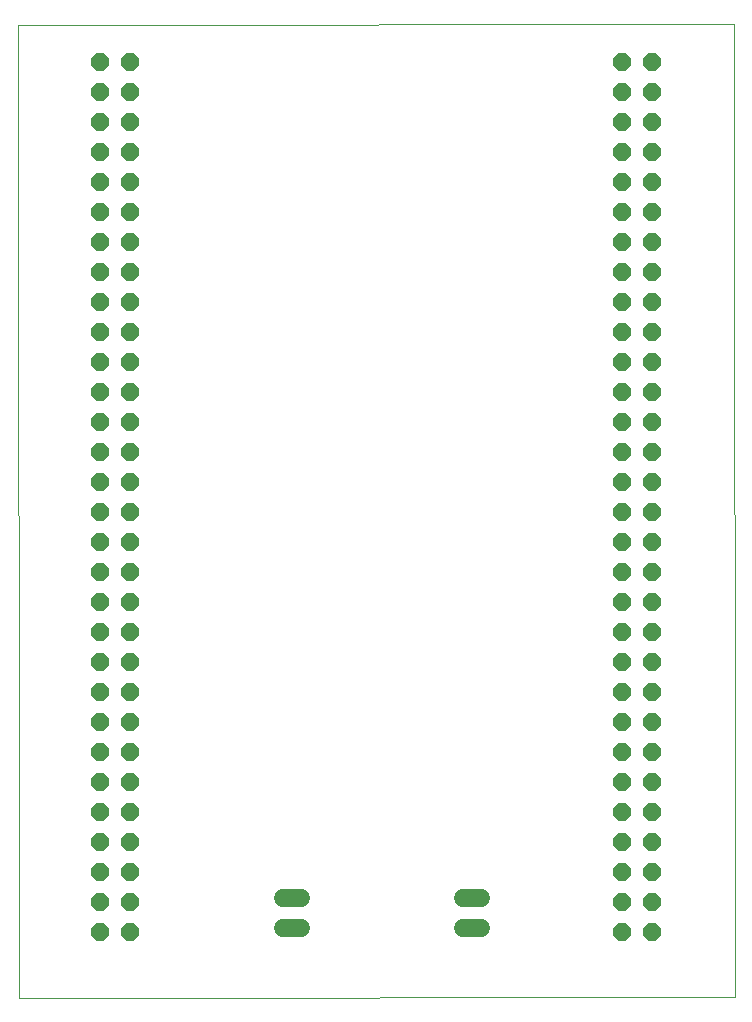
<source format=gbs>
G75*
%MOIN*%
%OFA0B0*%
%FSLAX25Y25*%
%IPPOS*%
%LPD*%
%AMOC8*
5,1,8,0,0,1.08239X$1,22.5*
%
%ADD10C,0.00000*%
%ADD11C,0.06000*%
%ADD12OC8,0.06000*%
D10*
X0002707Y0075410D02*
X0002407Y0399711D01*
X0241028Y0400011D01*
X0241328Y0075710D01*
X0002707Y0075410D01*
D11*
X0090690Y0098532D02*
X0096690Y0098532D01*
X0096690Y0108532D02*
X0090690Y0108532D01*
X0150650Y0108532D02*
X0156650Y0108532D01*
X0156650Y0098532D02*
X0150650Y0098532D01*
D12*
X0203926Y0097312D03*
X0203926Y0107312D03*
X0203926Y0117312D03*
X0203926Y0127312D03*
X0203926Y0137312D03*
X0203926Y0147312D03*
X0203926Y0157312D03*
X0203926Y0167312D03*
X0203926Y0177312D03*
X0203926Y0187312D03*
X0203926Y0197312D03*
X0203926Y0207312D03*
X0203926Y0217312D03*
X0203926Y0227312D03*
X0203926Y0237312D03*
X0203926Y0247312D03*
X0203926Y0257312D03*
X0203926Y0267312D03*
X0203926Y0277312D03*
X0203926Y0287312D03*
X0203926Y0297312D03*
X0203926Y0307312D03*
X0203926Y0317312D03*
X0203926Y0327312D03*
X0203926Y0337312D03*
X0203926Y0347312D03*
X0203926Y0357312D03*
X0203926Y0367312D03*
X0203926Y0377312D03*
X0203926Y0387312D03*
X0213926Y0387312D03*
X0213926Y0377312D03*
X0213926Y0367312D03*
X0213926Y0357312D03*
X0213926Y0347312D03*
X0213926Y0337312D03*
X0213926Y0327312D03*
X0213926Y0317312D03*
X0213926Y0307312D03*
X0213926Y0297312D03*
X0213926Y0287312D03*
X0213926Y0277312D03*
X0213926Y0267312D03*
X0213926Y0257312D03*
X0213926Y0247312D03*
X0213926Y0237312D03*
X0213926Y0227312D03*
X0213926Y0217312D03*
X0213926Y0207312D03*
X0213926Y0197312D03*
X0213926Y0187312D03*
X0213926Y0177312D03*
X0213926Y0167312D03*
X0213926Y0157312D03*
X0213926Y0147312D03*
X0213926Y0137312D03*
X0213926Y0127312D03*
X0213926Y0117312D03*
X0213926Y0107312D03*
X0213926Y0097312D03*
X0039753Y0097312D03*
X0039753Y0107312D03*
X0039753Y0117312D03*
X0039753Y0127312D03*
X0039753Y0137312D03*
X0039753Y0147312D03*
X0039753Y0157312D03*
X0039753Y0167312D03*
X0039753Y0177312D03*
X0039753Y0187312D03*
X0039753Y0197312D03*
X0039753Y0207312D03*
X0039753Y0217312D03*
X0039753Y0227312D03*
X0039753Y0237312D03*
X0039753Y0247312D03*
X0039753Y0257312D03*
X0039753Y0267312D03*
X0039753Y0277312D03*
X0039753Y0287312D03*
X0039753Y0297312D03*
X0039753Y0307312D03*
X0039753Y0317312D03*
X0039753Y0327312D03*
X0039753Y0337312D03*
X0039753Y0347312D03*
X0039753Y0357312D03*
X0039753Y0367312D03*
X0039753Y0377312D03*
X0039753Y0387312D03*
X0029753Y0387312D03*
X0029753Y0377312D03*
X0029753Y0367312D03*
X0029753Y0357312D03*
X0029753Y0347312D03*
X0029753Y0337312D03*
X0029753Y0327312D03*
X0029753Y0317312D03*
X0029753Y0307312D03*
X0029753Y0297312D03*
X0029753Y0287312D03*
X0029753Y0277312D03*
X0029753Y0267312D03*
X0029753Y0257312D03*
X0029753Y0247312D03*
X0029753Y0237312D03*
X0029753Y0227312D03*
X0029753Y0217312D03*
X0029753Y0207312D03*
X0029753Y0197312D03*
X0029753Y0187312D03*
X0029753Y0177312D03*
X0029753Y0167312D03*
X0029753Y0157312D03*
X0029753Y0147312D03*
X0029753Y0137312D03*
X0029753Y0127312D03*
X0029753Y0117312D03*
X0029753Y0107312D03*
X0029753Y0097312D03*
M02*

</source>
